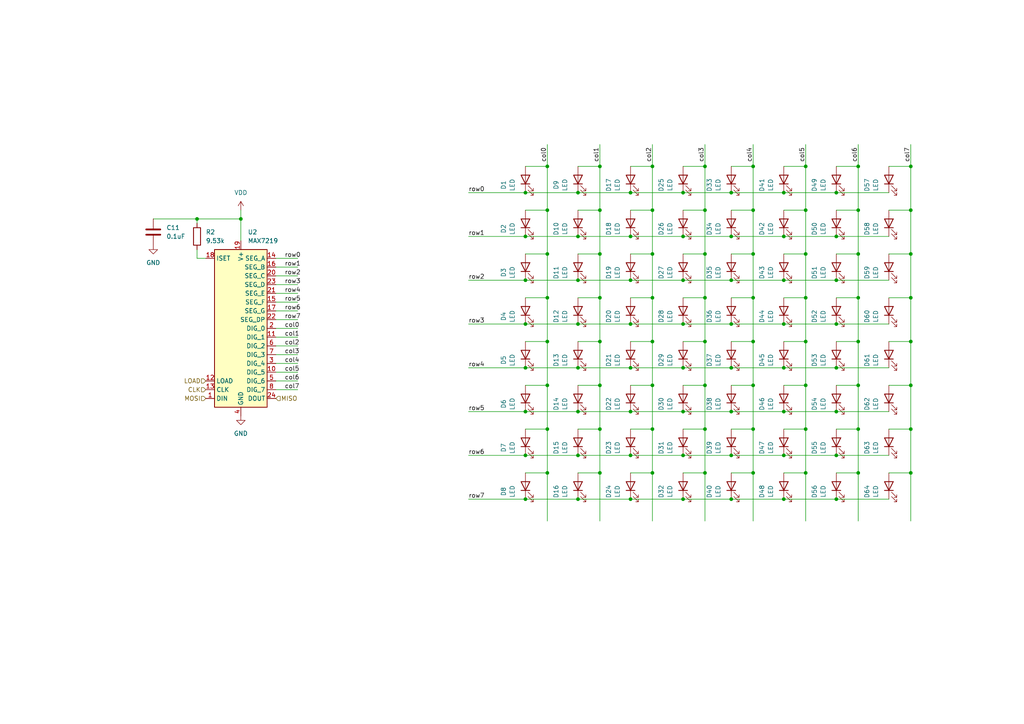
<source format=kicad_sch>
(kicad_sch (version 20230121) (generator eeschema)
  (paper "A4")
  (title_block (title "Led Array") (rev "0.0.1"))
  (lib_symbols
    (symbol "Device:C" (pin_numbers hide) (pin_names (offset 0.254))
      (property "Reference" "C" (at 0.635 2.54 0))
      (property "Value" "C" (at 0.635 -2.54 0))
      (symbol "C_0_1"
        (polyline (pts (xy -2.032 -0.762) (xy 2.032 -0.762)) (stroke (width 0.508)))
        (polyline (pts (xy -2.032 0.762) (xy 2.032 0.762)) (stroke (width 0.508)))
      )
      (symbol "C_1_1"
        (pin passive line (at 0 3.81 270) (length 2.794) (name "~") (number "1"))
        (pin passive line (at 0 -3.81 90) (length 2.794) (name "~") (number "2"))
      )
    )
    (symbol "Device:LED" (pin_numbers hide) (pin_names (offset 1.016) hide)
      (property "Reference" "D" (at 0 2.54 0))
      (property "Value" "LED" (at 0 -2.54 0))
      (symbol "LED_0_1"
        (polyline (pts (xy -1.27 -1.27) (xy -1.27 1.27)) (stroke (width 0.254)))
        (polyline (pts (xy -1.27 0) (xy 1.27 0)))
        (polyline (pts (xy 1.27 -1.27) (xy 1.27 1.27) (xy -1.27 0) (xy 1.27 -1.27)) (stroke (width 0.254)))
        (polyline (pts (xy -3.048 -0.762) (xy -4.572 -2.286) (xy -3.81 -2.286) (xy -4.572 -2.286) (xy -4.572 -1.524)))
        (polyline (pts (xy -1.778 -0.762) (xy -3.302 -2.286) (xy -2.54 -2.286) (xy -3.302 -2.286) (xy -3.302 -1.524)))
      )
      (symbol "LED_1_1"
        (pin passive line (at -3.81 0 0) (length 2.54) (name "K") (number "1"))
        (pin passive line (at 3.81 0 180) (length 2.54) (name "A") (number "2"))
      )
    )
    (symbol "Device:R" (pin_numbers hide) (pin_names (offset 0))
      (property "Reference" "R" (at 2.032 0 90))
      (property "Value" "R" (at 0 0 90))
      (symbol "R_0_1"
        (rectangle (start -1.016 -2.54) (end 1.016 2.54) (stroke (width 0.254)))
      )
      (symbol "R_1_1"
        (pin passive line (at 0 3.81 270) (length 1.27) (name "~") (number "1"))
        (pin passive line (at 0 -3.81 90) (length 1.27) (name "~") (number "2"))
      )
    )
    (symbol "Driver_LED:MAX7219"
      (property "Reference" "U" (at -6.35 24.13 0))
      (property "Value" "MAX7219" (at 1.27 25.4 0))
      (symbol "MAX7219_0_1"
        (rectangle (start -7.62 22.86) (end 7.62 -22.86) (stroke (width 0.254)) (fill (type background)))
      )
      (symbol "MAX7219_1_1"
        (pin input line (at -10.16 -20.32 0) (length 2.54) (name "DIN") (number "1"))
        (pin output line (at 10.16 -12.7 180) (length 2.54) (name "DIG_5") (number "10"))
        (pin output line (at 10.16 -2.54 180) (length 2.54) (name "DIG_1") (number "11"))
        (pin input line (at -10.16 -15.24 0) (length 2.54) (name "LOAD") (number "12"))
        (pin input line (at -10.16 -17.78 0) (length 2.54) (name "CLK") (number "13"))
        (pin output line (at 10.16 20.32 180) (length 2.54) (name "SEG_A") (number "14"))
        (pin output line (at 10.16 7.62 180) (length 2.54) (name "SEG_F") (number "15"))
        (pin output line (at 10.16 17.78 180) (length 2.54) (name "SEG_B") (number "16"))
        (pin output line (at 10.16 5.08 180) (length 2.54) (name "SEG_G") (number "17"))
        (pin input line (at -10.16 20.32 0) (length 2.54) (name "ISET") (number "18"))
        (pin power_in line (at 0 25.4 270) (length 2.54) (name "V+") (number "19"))
        (pin output line (at 10.16 0 180) (length 2.54) (name "DIG_0") (number "2"))
        (pin output line (at 10.16 15.24 180) (length 2.54) (name "SEG_C") (number "20"))
        (pin output line (at 10.16 10.16 180) (length 2.54) (name "SEG_E") (number "21"))
        (pin output line (at 10.16 2.54 180) (length 2.54) (name "SEG_DP") (number "22"))
        (pin output line (at 10.16 12.7 180) (length 2.54) (name "SEG_D") (number "23"))
        (pin output line (at 10.16 -20.32 180) (length 2.54) (name "DOUT") (number "24"))
        (pin output line (at 10.16 -10.16 180) (length 2.54) (name "DIG_4") (number "3"))
        (pin power_in line (at 0 -25.4 90) (length 2.54) (name "GND") (number "4"))
        (pin output line (at 10.16 -15.24 180) (length 2.54) (name "DIG_6") (number "5"))
        (pin output line (at 10.16 -5.08 180) (length 2.54) (name "DIG_2") (number "6"))
        (pin output line (at 10.16 -7.62 180) (length 2.54) (name "DIG_3") (number "7"))
        (pin output line (at 10.16 -17.78 180) (length 2.54) (name "DIG_7") (number "8"))
        (pin passive line (at 0 -25.4 90) (length 2.54) hide (name "GND") (number "9"))
      )
    )
    (symbol "power:GND" (power) (pin_names (offset 0))
      (property "Value" "GND" (at 0 -3.81 0))
      (symbol "GND_0_1"
        (polyline (pts (xy 0 0) (xy 0 -1.27) (xy 1.27 -1.27) (xy 0 -2.54) (xy -1.27 -1.27) (xy 0 -1.27)))
      )
      (symbol "GND_1_1"
        (pin power_in line (at 0 0 270) (length 0) hide (name "GND") (number "1"))
      )
    )
    (symbol "power:VDD" (power) (pin_names (offset 0))
      (property "Value" "VDD" (at 0 3.81 0))
      (symbol "VDD_0_1"
        (polyline (pts (xy -0.762 1.27) (xy 0 2.54)))
        (polyline (pts (xy 0 0) (xy 0 2.54)))
        (polyline (pts (xy 0 2.54) (xy 0.762 1.27)))
      )
      (symbol "VDD_1_1"
        (pin power_in line (at 0 0 90) (length 0) hide (name "VDD") (number "1"))
      )
    )
  )
  (junction (at 248.92 73.66))
  (junction (at 158.75 73.66))
  (junction (at 204.47 60.96))
  (junction (at 233.68 48.26))
  (junction (at 167.64 93.98))
  (junction (at 248.92 124.46))
  (junction (at 218.44 60.96))
  (junction (at 182.88 81.28))
  (junction (at 189.23 48.26))
  (junction (at 158.75 86.36))
  (junction (at 173.99 86.36))
  (junction (at 204.47 111.76))
  (junction (at 204.47 73.66))
  (junction (at 57.15 63.5))
  (junction (at 227.33 132.08))
  (junction (at 218.44 137.16))
  (junction (at 242.57 132.08))
  (junction (at 198.12 93.98))
  (junction (at 242.57 106.68))
  (junction (at 227.33 55.88))
  (junction (at 167.64 81.28))
  (junction (at 173.99 60.96))
  (junction (at 264.16 99.06))
  (junction (at 227.33 119.38))
  (junction (at 152.4 106.68))
  (junction (at 198.12 132.08))
  (junction (at 248.92 86.36))
  (junction (at 189.23 86.36))
  (junction (at 189.23 73.66))
  (junction (at 158.75 48.26))
  (junction (at 204.47 48.26))
  (junction (at 182.88 93.98))
  (junction (at 198.12 106.68))
  (junction (at 218.44 111.76))
  (junction (at 167.64 119.38))
  (junction (at 212.09 93.98))
  (junction (at 242.57 119.38))
  (junction (at 233.68 86.36))
  (junction (at 204.47 137.16))
  (junction (at 167.64 132.08))
  (junction (at 173.99 124.46))
  (junction (at 198.12 68.58))
  (junction (at 189.23 124.46))
  (junction (at 69.85 63.5))
  (junction (at 218.44 86.36))
  (junction (at 173.99 137.16))
  (junction (at 233.68 73.66))
  (junction (at 158.75 60.96))
  (junction (at 204.47 86.36))
  (junction (at 242.57 55.88))
  (junction (at 242.57 68.58))
  (junction (at 167.64 68.58))
  (junction (at 233.68 60.96))
  (junction (at 173.99 73.66))
  (junction (at 167.64 55.88))
  (junction (at 227.33 106.68))
  (junction (at 173.99 48.26))
  (junction (at 242.57 81.28))
  (junction (at 198.12 119.38))
  (junction (at 152.4 119.38))
  (junction (at 182.88 119.38))
  (junction (at 248.92 99.06))
  (junction (at 264.16 124.46))
  (junction (at 182.88 106.68))
  (junction (at 248.92 111.76))
  (junction (at 152.4 68.58))
  (junction (at 152.4 132.08))
  (junction (at 198.12 144.78))
  (junction (at 227.33 68.58))
  (junction (at 242.57 93.98))
  (junction (at 227.33 144.78))
  (junction (at 212.09 106.68))
  (junction (at 198.12 81.28))
  (junction (at 167.64 106.68))
  (junction (at 189.23 111.76))
  (junction (at 233.68 111.76))
  (junction (at 212.09 81.28))
  (junction (at 248.92 48.26))
  (junction (at 182.88 68.58))
  (junction (at 158.75 124.46))
  (junction (at 212.09 132.08))
  (junction (at 227.33 93.98))
  (junction (at 233.68 99.06))
  (junction (at 158.75 111.76))
  (junction (at 264.16 73.66))
  (junction (at 242.57 144.78))
  (junction (at 212.09 119.38))
  (junction (at 173.99 111.76))
  (junction (at 158.75 137.16))
  (junction (at 182.88 132.08))
  (junction (at 248.92 137.16))
  (junction (at 218.44 124.46))
  (junction (at 158.75 99.06))
  (junction (at 167.64 144.78))
  (junction (at 212.09 144.78))
  (junction (at 189.23 60.96))
  (junction (at 218.44 99.06))
  (junction (at 233.68 137.16))
  (junction (at 264.16 86.36))
  (junction (at 189.23 99.06))
  (junction (at 152.4 144.78))
  (junction (at 233.68 124.46))
  (junction (at 212.09 68.58))
  (junction (at 264.16 60.96))
  (junction (at 248.92 60.96))
  (junction (at 264.16 111.76))
  (junction (at 189.23 137.16))
  (junction (at 152.4 55.88))
  (junction (at 264.16 48.26))
  (junction (at 204.47 99.06))
  (junction (at 264.16 137.16))
  (junction (at 173.99 99.06))
  (junction (at 152.4 93.98))
  (junction (at 198.12 55.88))
  (junction (at 182.88 144.78))
  (junction (at 218.44 48.26))
  (junction (at 182.88 55.88))
  (junction (at 227.33 81.28))
  (junction (at 152.4 81.28))
  (junction (at 204.47 124.46))
  (junction (at 218.44 73.66))
  (junction (at 212.09 55.88))
  (wire (pts (xy 212.09 55.88) (xy 227.33 55.88)))
  (wire (pts (xy 158.75 73.66) (xy 158.75 86.36)))
  (wire (pts (xy 212.09 137.16) (xy 218.44 137.16)))
  (wire (pts (xy 189.23 99.06) (xy 189.23 111.76)))
  (wire (pts (xy 173.99 73.66) (xy 173.99 86.36)))
  (wire (pts (xy 227.33 99.06) (xy 233.68 99.06)))
  (wire (pts (xy 248.92 137.16) (xy 248.92 151.13)))
  (wire (pts (xy 257.81 111.76) (xy 264.16 111.76)))
  (wire (pts (xy 248.92 124.46) (xy 248.92 137.16)))
  (wire (pts (xy 227.33 111.76) (xy 233.68 111.76)))
  (wire (pts (xy 135.89 144.78) (xy 152.4 144.78)))
  (wire (pts (xy 182.88 124.46) (xy 189.23 124.46)))
  (wire (pts (xy 204.47 60.96) (xy 204.47 73.66)))
  (wire (pts (xy 158.75 86.36) (xy 158.75 99.06)))
  (wire (pts (xy 182.88 55.88) (xy 198.12 55.88)))
  (wire (pts (xy 242.57 55.88) (xy 257.81 55.88)))
  (wire (pts (xy 212.09 48.26) (xy 218.44 48.26)))
  (wire (pts (xy 69.85 63.5) (xy 69.85 69.85)))
  (wire (pts (xy 227.33 106.68) (xy 212.09 106.68)))
  (wire (pts (xy 227.33 93.98) (xy 242.57 93.98)))
  (wire (pts (xy 182.88 48.26) (xy 189.23 48.26)))
  (wire (pts (xy 198.12 106.68) (xy 182.88 106.68)))
  (wire (pts (xy 227.33 124.46) (xy 233.68 124.46)))
  (wire (pts (xy 227.33 137.16) (xy 233.68 137.16)))
  (wire (pts (xy 80.01 107.95) (xy 86.36 107.95)))
  (wire (pts (xy 204.47 86.36) (xy 204.47 99.06)))
  (wire (pts (xy 173.99 124.46) (xy 173.99 137.16)))
  (wire (pts (xy 248.92 99.06) (xy 248.92 111.76)))
  (wire (pts (xy 80.01 100.33) (xy 86.36 100.33)))
  (wire (pts (xy 80.01 92.71) (xy 86.36 92.71)))
  (wire (pts (xy 173.99 48.26) (xy 173.99 60.96)))
  (wire (pts (xy 198.12 81.28) (xy 212.09 81.28)))
  (wire (pts (xy 167.64 132.08) (xy 182.88 132.08)))
  (wire (pts (xy 198.12 99.06) (xy 204.47 99.06)))
  (wire (pts (xy 242.57 68.58) (xy 227.33 68.58)))
  (wire (pts (xy 198.12 93.98) (xy 212.09 93.98)))
  (wire (pts (xy 233.68 60.96) (xy 233.68 73.66)))
  (wire (pts (xy 182.88 132.08) (xy 198.12 132.08)))
  (wire (pts (xy 227.33 132.08) (xy 242.57 132.08)))
  (wire (pts (xy 227.33 81.28) (xy 242.57 81.28)))
  (wire (pts (xy 242.57 124.46) (xy 248.92 124.46)))
  (wire (pts (xy 198.12 68.58) (xy 182.88 68.58)))
  (wire (pts (xy 80.01 77.47) (xy 86.36 77.47)))
  (wire (pts (xy 233.68 86.36) (xy 233.68 99.06)))
  (wire (pts (xy 158.75 111.76) (xy 158.75 124.46)))
  (wire (pts (xy 167.64 60.96) (xy 173.99 60.96)))
  (wire (pts (xy 80.01 85.09) (xy 86.36 85.09)))
  (wire (pts (xy 182.88 106.68) (xy 167.64 106.68)))
  (wire (pts (xy 227.33 86.36) (xy 233.68 86.36)))
  (wire (pts (xy 198.12 48.26) (xy 204.47 48.26)))
  (wire (pts (xy 198.12 55.88) (xy 212.09 55.88)))
  (wire (pts (xy 212.09 86.36) (xy 218.44 86.36)))
  (wire (pts (xy 152.4 73.66) (xy 158.75 73.66)))
  (wire (pts (xy 212.09 144.78) (xy 227.33 144.78)))
  (wire (pts (xy 158.75 137.16) (xy 158.75 151.13)))
  (wire (pts (xy 212.09 99.06) (xy 218.44 99.06)))
  (wire (pts (xy 167.64 48.26) (xy 173.99 48.26)))
  (wire (pts (xy 218.44 111.76) (xy 218.44 124.46)))
  (wire (pts (xy 167.64 137.16) (xy 173.99 137.16)))
  (wire (pts (xy 233.68 137.16) (xy 233.68 151.13)))
  (wire (pts (xy 257.81 124.46) (xy 264.16 124.46)))
  (wire (pts (xy 152.4 68.58) (xy 135.89 68.58)))
  (wire (pts (xy 218.44 48.26) (xy 218.44 60.96)))
  (wire (pts (xy 233.68 124.46) (xy 233.68 137.16)))
  (wire (pts (xy 167.64 73.66) (xy 173.99 73.66)))
  (wire (pts (xy 152.4 111.76) (xy 158.75 111.76)))
  (wire (pts (xy 167.64 68.58) (xy 152.4 68.58)))
  (wire (pts (xy 218.44 124.46) (xy 218.44 137.16)))
  (wire (pts (xy 242.57 48.26) (xy 248.92 48.26)))
  (wire (pts (xy 182.88 68.58) (xy 167.64 68.58)))
  (wire (pts (xy 204.47 111.76) (xy 204.47 124.46)))
  (wire (pts (xy 80.01 95.25) (xy 86.36 95.25)))
  (wire (pts (xy 204.47 99.06) (xy 204.47 111.76)))
  (wire (pts (xy 242.57 106.68) (xy 227.33 106.68)))
  (wire (pts (xy 227.33 55.88) (xy 242.57 55.88)))
  (wire (pts (xy 242.57 86.36) (xy 248.92 86.36)))
  (wire (pts (xy 212.09 124.46) (xy 218.44 124.46)))
  (wire (pts (xy 264.16 60.96) (xy 264.16 73.66)))
  (wire (pts (xy 198.12 132.08) (xy 212.09 132.08)))
  (wire (pts (xy 257.81 106.68) (xy 242.57 106.68)))
  (wire (pts (xy 204.47 124.46) (xy 204.47 137.16)))
  (wire (pts (xy 257.81 86.36) (xy 264.16 86.36)))
  (wire (pts (xy 257.81 68.58) (xy 242.57 68.58)))
  (wire (pts (xy 212.09 93.98) (xy 227.33 93.98)))
  (wire (pts (xy 248.92 60.96) (xy 248.92 73.66)))
  (wire (pts (xy 182.88 93.98) (xy 198.12 93.98)))
  (wire (pts (xy 257.81 99.06) (xy 264.16 99.06)))
  (wire (pts (xy 167.64 86.36) (xy 173.99 86.36)))
  (wire (pts (xy 57.15 74.93) (xy 59.69 74.93)))
  (wire (pts (xy 227.33 119.38) (xy 242.57 119.38)))
  (wire (pts (xy 189.23 41.91) (xy 189.23 48.26)))
  (wire (pts (xy 204.47 41.91) (xy 204.47 48.26)))
  (wire (pts (xy 167.64 93.98) (xy 182.88 93.98)))
  (wire (pts (xy 248.92 86.36) (xy 248.92 99.06)))
  (wire (pts (xy 218.44 137.16) (xy 218.44 151.13)))
  (wire (pts (xy 182.88 60.96) (xy 189.23 60.96)))
  (wire (pts (xy 227.33 48.26) (xy 233.68 48.26)))
  (wire (pts (xy 242.57 99.06) (xy 248.92 99.06)))
  (wire (pts (xy 182.88 119.38) (xy 198.12 119.38)))
  (wire (pts (xy 152.4 132.08) (xy 167.64 132.08)))
  (wire (pts (xy 152.4 93.98) (xy 167.64 93.98)))
  (wire (pts (xy 80.01 82.55) (xy 86.36 82.55)))
  (wire (pts (xy 257.81 73.66) (xy 264.16 73.66)))
  (wire (pts (xy 69.85 60.96) (xy 69.85 63.5)))
  (wire (pts (xy 152.4 81.28) (xy 167.64 81.28)))
  (wire (pts (xy 257.81 48.26) (xy 264.16 48.26)))
  (wire (pts (xy 212.09 132.08) (xy 227.33 132.08)))
  (wire (pts (xy 152.4 106.68) (xy 135.89 106.68)))
  (wire (pts (xy 152.4 99.06) (xy 158.75 99.06)))
  (wire (pts (xy 264.16 73.66) (xy 264.16 86.36)))
  (wire (pts (xy 204.47 48.26) (xy 204.47 60.96)))
  (wire (pts (xy 218.44 73.66) (xy 218.44 86.36)))
  (wire (pts (xy 167.64 144.78) (xy 182.88 144.78)))
  (wire (pts (xy 242.57 119.38) (xy 257.81 119.38)))
  (wire (pts (xy 152.4 48.26) (xy 158.75 48.26)))
  (wire (pts (xy 189.23 73.66) (xy 189.23 86.36)))
  (wire (pts (xy 242.57 60.96) (xy 248.92 60.96)))
  (wire (pts (xy 242.57 132.08) (xy 257.81 132.08)))
  (wire (pts (xy 182.88 144.78) (xy 198.12 144.78)))
  (wire (pts (xy 218.44 86.36) (xy 218.44 99.06)))
  (wire (pts (xy 182.88 81.28) (xy 198.12 81.28)))
  (wire (pts (xy 152.4 55.88) (xy 167.64 55.88)))
  (wire (pts (xy 173.99 99.06) (xy 173.99 111.76)))
  (wire (pts (xy 135.89 119.38) (xy 152.4 119.38)))
  (wire (pts (xy 198.12 60.96) (xy 204.47 60.96)))
  (wire (pts (xy 198.12 111.76) (xy 204.47 111.76)))
  (wire (pts (xy 248.92 73.66) (xy 248.92 86.36)))
  (wire (pts (xy 248.92 41.91) (xy 248.92 48.26)))
  (wire (pts (xy 167.64 111.76) (xy 173.99 111.76)))
  (wire (pts (xy 158.75 99.06) (xy 158.75 111.76)))
  (wire (pts (xy 233.68 48.26) (xy 233.68 60.96)))
  (wire (pts (xy 167.64 55.88) (xy 182.88 55.88)))
  (wire (pts (xy 152.4 144.78) (xy 167.64 144.78)))
  (wire (pts (xy 204.47 73.66) (xy 204.47 86.36)))
  (wire (pts (xy 167.64 81.28) (xy 182.88 81.28)))
  (wire (pts (xy 167.64 119.38) (xy 182.88 119.38)))
  (wire (pts (xy 233.68 111.76) (xy 233.68 124.46)))
  (wire (pts (xy 189.23 60.96) (xy 189.23 73.66)))
  (wire (pts (xy 182.88 99.06) (xy 189.23 99.06)))
  (wire (pts (xy 212.09 68.58) (xy 198.12 68.58)))
  (wire (pts (xy 173.99 60.96) (xy 173.99 73.66)))
  (wire (pts (xy 182.88 86.36) (xy 189.23 86.36)))
  (wire (pts (xy 173.99 137.16) (xy 173.99 151.13)))
  (wire (pts (xy 167.64 99.06) (xy 173.99 99.06)))
  (wire (pts (xy 80.01 87.63) (xy 86.36 87.63)))
  (wire (pts (xy 198.12 73.66) (xy 204.47 73.66)))
  (wire (pts (xy 212.09 73.66) (xy 218.44 73.66)))
  (wire (pts (xy 80.01 110.49) (xy 86.36 110.49)))
  (wire (pts (xy 189.23 137.16) (xy 189.23 151.13)))
  (wire (pts (xy 218.44 41.91) (xy 218.44 48.26)))
  (wire (pts (xy 198.12 124.46) (xy 204.47 124.46)))
  (wire (pts (xy 158.75 41.91) (xy 158.75 48.26)))
  (wire (pts (xy 242.57 81.28) (xy 257.81 81.28)))
  (wire (pts (xy 80.01 113.03) (xy 86.36 113.03)))
  (wire (pts (xy 242.57 111.76) (xy 248.92 111.76)))
  (wire (pts (xy 227.33 68.58) (xy 212.09 68.58)))
  (wire (pts (xy 167.64 124.46) (xy 173.99 124.46)))
  (wire (pts (xy 80.01 90.17) (xy 86.36 90.17)))
  (wire (pts (xy 204.47 137.16) (xy 204.47 151.13)))
  (wire (pts (xy 135.89 132.08) (xy 152.4 132.08)))
  (wire (pts (xy 264.16 86.36) (xy 264.16 99.06)))
  (wire (pts (xy 44.45 63.5) (xy 57.15 63.5)))
  (wire (pts (xy 264.16 124.46) (xy 264.16 137.16)))
  (wire (pts (xy 152.4 60.96) (xy 158.75 60.96)))
  (wire (pts (xy 264.16 111.76) (xy 264.16 124.46)))
  (wire (pts (xy 227.33 60.96) (xy 233.68 60.96)))
  (wire (pts (xy 212.09 106.68) (xy 198.12 106.68)))
  (wire (pts (xy 158.75 48.26) (xy 158.75 60.96)))
  (wire (pts (xy 182.88 73.66) (xy 189.23 73.66)))
  (wire (pts (xy 167.64 106.68) (xy 152.4 106.68)))
  (wire (pts (xy 242.57 137.16) (xy 248.92 137.16)))
  (wire (pts (xy 233.68 99.06) (xy 233.68 111.76)))
  (wire (pts (xy 198.12 144.78) (xy 212.09 144.78)))
  (wire (pts (xy 57.15 64.77) (xy 57.15 63.5)))
  (wire (pts (xy 212.09 111.76) (xy 218.44 111.76)))
  (wire (pts (xy 80.01 80.01) (xy 86.36 80.01)))
  (wire (pts (xy 173.99 86.36) (xy 173.99 99.06)))
  (wire (pts (xy 182.88 111.76) (xy 189.23 111.76)))
  (wire (pts (xy 264.16 41.91) (xy 264.16 48.26)))
  (wire (pts (xy 198.12 137.16) (xy 204.47 137.16)))
  (wire (pts (xy 152.4 119.38) (xy 167.64 119.38)))
  (wire (pts (xy 248.92 48.26) (xy 248.92 60.96)))
  (wire (pts (xy 264.16 137.16) (xy 264.16 151.13)))
  (wire (pts (xy 135.89 55.88) (xy 152.4 55.88)))
  (wire (pts (xy 257.81 137.16) (xy 264.16 137.16)))
  (wire (pts (xy 242.57 93.98) (xy 257.81 93.98)))
  (wire (pts (xy 80.01 102.87) (xy 86.36 102.87)))
  (wire (pts (xy 189.23 86.36) (xy 189.23 99.06)))
  (wire (pts (xy 198.12 119.38) (xy 212.09 119.38)))
  (wire (pts (xy 57.15 72.39) (xy 57.15 74.93)))
  (wire (pts (xy 227.33 73.66) (xy 233.68 73.66)))
  (wire (pts (xy 264.16 48.26) (xy 264.16 60.96)))
  (wire (pts (xy 218.44 60.96) (xy 218.44 73.66)))
  (wire (pts (xy 212.09 119.38) (xy 227.33 119.38)))
  (wire (pts (xy 189.23 111.76) (xy 189.23 124.46)))
  (wire (pts (xy 257.81 60.96) (xy 264.16 60.96)))
  (wire (pts (xy 242.57 144.78) (xy 257.81 144.78)))
  (wire (pts (xy 158.75 60.96) (xy 158.75 73.66)))
  (wire (pts (xy 248.92 111.76) (xy 248.92 124.46)))
  (wire (pts (xy 182.88 137.16) (xy 189.23 137.16)))
  (wire (pts (xy 80.01 105.41) (xy 86.36 105.41)))
  (wire (pts (xy 80.01 74.93) (xy 86.36 74.93)))
  (wire (pts (xy 264.16 99.06) (xy 264.16 111.76)))
  (wire (pts (xy 242.57 73.66) (xy 248.92 73.66)))
  (wire (pts (xy 233.68 41.91) (xy 233.68 48.26)))
  (wire (pts (xy 227.33 144.78) (xy 242.57 144.78)))
  (wire (pts (xy 212.09 81.28) (xy 227.33 81.28)))
  (wire (pts (xy 152.4 124.46) (xy 158.75 124.46)))
  (wire (pts (xy 233.68 73.66) (xy 233.68 86.36)))
  (wire (pts (xy 173.99 111.76) (xy 173.99 124.46)))
  (wire (pts (xy 189.23 48.26) (xy 189.23 60.96)))
  (wire (pts (xy 80.01 97.79) (xy 86.36 97.79)))
  (wire (pts (xy 135.89 81.28) (xy 152.4 81.28)))
  (wire (pts (xy 198.12 86.36) (xy 204.47 86.36)))
  (wire (pts (xy 152.4 86.36) (xy 158.75 86.36)))
  (wire (pts (xy 135.89 93.98) (xy 152.4 93.98)))
  (wire (pts (xy 57.15 63.5) (xy 69.85 63.5)))
  (wire (pts (xy 218.44 99.06) (xy 218.44 111.76)))
  (wire (pts (xy 212.09 60.96) (xy 218.44 60.96)))
  (wire (pts (xy 152.4 137.16) (xy 158.75 137.16)))
  (wire (pts (xy 173.99 41.91) (xy 173.99 48.26)))
  (wire (pts (xy 158.75 124.46) (xy 158.75 137.16)))
  (wire (pts (xy 189.23 124.46) (xy 189.23 137.16)))
  (label "row5" (at 135.89 119.38 0))
  (label "row2" (at 135.89 81.28 0))
  (label "col7" (at 82.55 113.03 0))
  (label "row6" (at 135.89 132.08 0))
  (label "row2" (at 82.55 80.01 0))
  (label "col5" (at 233.68 46.99 90))
  (label "col4" (at 218.44 46.99 90))
  (label "row3" (at 135.89 93.98 0))
  (label "col2" (at 82.55 100.33 0))
  (label "col4" (at 82.55 105.41 0))
  (label "col7" (at 264.16 46.99 90))
  (label "row1" (at 82.55 77.47 0))
  (label "row3" (at 82.55 82.55 0))
  (label "col3" (at 204.47 46.99 90))
  (label "row0" (at 82.55 74.93 0))
  (label "row6" (at 82.55 90.17 0))
  (label "col6" (at 248.92 46.99 90))
  (label "col1" (at 82.55 97.79 0))
  (label "col6" (at 82.55 110.49 0))
  (label "row4" (at 135.89 106.68 0))
  (label "row5" (at 82.55 87.63 0))
  (label "col1" (at 173.99 46.99 90))
  (label "col0" (at 158.75 46.99 90))
  (label "col2" (at 189.23 46.99 90))
  (label "row7" (at 82.55 92.71 0))
  (label "row1" (at 135.89 68.58 0))
  (label "row7" (at 135.89 144.78 0))
  (label "col0" (at 82.55 95.25 0))
  (label "row4" (at 82.55 85.09 0))
  (label "col3" (at 82.55 102.87 0))
  (label "col5" (at 82.55 107.95 0))
  (label "row0" (at 135.89 55.88 0))
  (hierarchical_label "MISO" (shape input) (at 80.01 115.57 0))
  (hierarchical_label "LOAD" (shape input) (at 59.69 110.49 180))
  (hierarchical_label "CLK" (shape input) (at 59.69 113.03 180))
  (hierarchical_label "MOSI" (shape input) (at 59.69 115.57 180))
  (symbol (lib_id "Device:LED") (at 212.09 140.97 90) (unit 1)
    (property "Reference" "D40" (at 205.74 142.5575 0))
    (property "Value" "LED" (at 208.28 142.5575 0))
    (property "Footprint" "LED_SMD:LED_2010_5025Metric_Pad1.52x2.65mm_HandSolder" (effects hide))
    (instances (project "wordclock" (path "" (reference "D40") (unit 1)) (path "" (reference "D104") (unit 1)) (path "" (reference "D168") (unit 1)) (path "" (reference "D232") (unit 1))))
  )
  (symbol (lib_id "Device:LED") (at 198.12 115.57 90) (unit 1)
    (property "Reference" "D30" (at 191.77 117.1575 0))
    (property "Value" "LED" (at 194.31 117.1575 0))
    (property "Footprint" "LED_SMD:LED_2010_5025Metric_Pad1.52x2.65mm_HandSolder" (effects hide))
    (instances (project "wordclock" (path "" (reference "D30") (unit 1)) (path "" (reference "D94") (unit 1)) (path "" (reference "D158") (unit 1)) (path "" (reference "D222") (unit 1))))
  )
  (symbol (lib_id "Device:LED") (at 212.09 128.27 90) (unit 1)
    (property "Reference" "D39" (at 205.74 129.8575 0))
    (property "Value" "LED" (at 208.28 129.8575 0))
    (property "Footprint" "LED_SMD:LED_2010_5025Metric_Pad1.52x2.65mm_HandSolder" (effects hide))
    (instances (project "wordclock" (path "" (reference "D39") (unit 1)) (path "" (reference "D103") (unit 1)) (path "" (reference "D167") (unit 1)) (path "" (reference "D231") (unit 1))))
  )
  (symbol (lib_id "Device:LED") (at 257.81 128.27 90) (unit 1)
    (property "Reference" "D63" (at 251.46 129.8575 0))
    (property "Value" "LED" (at 254 129.8575 0))
    (property "Footprint" "LED_SMD:LED_2010_5025Metric_Pad1.52x2.65mm_HandSolder" (effects hide))
    (instances (project "wordclock" (path "" (reference "D63") (unit 1)) (path "" (reference "D127") (unit 1)) (path "" (reference "D191") (unit 1)) (path "" (reference "D255") (unit 1))))
  )
  (symbol (lib_id "Device:LED") (at 227.33 90.17 90) (unit 1)
    (property "Reference" "D44" (at 220.98 91.7575 0))
    (property "Value" "LED" (at 223.52 91.7575 0))
    (property "Footprint" "LED_SMD:LED_2010_5025Metric_Pad1.52x2.65mm_HandSolder" (effects hide))
    (instances (project "wordclock" (path "" (reference "D44") (unit 1)) (path "" (reference "D108") (unit 1)) (path "" (reference "D172") (unit 1)) (path "" (reference "D236") (unit 1))))
  )
  (symbol (lib_id "Device:LED") (at 198.12 77.47 90) (unit 1)
    (property "Reference" "D27" (at 191.77 79.0575 0))
    (property "Value" "LED" (at 194.31 79.0575 0))
    (property "Footprint" "LED_SMD:LED_2010_5025Metric_Pad1.52x2.65mm_HandSolder" (effects hide))
    (instances (project "wordclock" (path "" (reference "D27") (unit 1)) (path "" (reference "D91") (unit 1)) (path "" (reference "D155") (unit 1)) (path "" (reference "D219") (unit 1))))
  )
  (symbol (lib_id "Device:LED") (at 152.4 77.47 90) (unit 1)
    (property "Reference" "D3" (at 146.05 79.0575 0))
    (property "Value" "LED" (at 148.59 79.0575 0))
    (property "Footprint" "LED_SMD:LED_2010_5025Metric_Pad1.52x2.65mm_HandSolder" (effects hide))
    (instances (project "wordclock" (path "" (reference "D3") (unit 1)) (path "" (reference "D67") (unit 1)) (path "" (reference "D131") (unit 1)) (path "" (reference "D195") (unit 1))))
  )
  (symbol (lib_id "Device:LED") (at 167.64 90.17 90) (unit 1)
    (property "Reference" "D12" (at 161.29 91.7575 0))
    (property "Value" "LED" (at 163.83 91.7575 0))
    (property "Footprint" "LED_SMD:LED_2010_5025Metric_Pad1.52x2.65mm_HandSolder" (effects hide))
    (instances (project "wordclock" (path "" (reference "D12") (unit 1)) (path "" (reference "D76") (unit 1)) (path "" (reference "D140") (unit 1)) (path "" (reference "D204") (unit 1))))
  )
  (symbol (lib_id "Device:LED") (at 257.81 52.07 90) (unit 1)
    (property "Reference" "D57" (at 251.46 53.6575 0))
    (property "Value" "LED" (at 254 53.6575 0))
    (property "Footprint" "LED_SMD:LED_2010_5025Metric_Pad1.52x2.65mm_HandSolder" (effects hide))
    (instances (project "wordclock" (path "" (reference "D57") (unit 1)) (path "" (reference "D121") (unit 1)) (path "" (reference "D185") (unit 1)) (path "" (reference "D249") (unit 1))))
  )
  (symbol (lib_id "Device:LED") (at 242.57 140.97 90) (unit 1)
    (property "Reference" "D56" (at 236.22 142.5575 0))
    (property "Value" "LED" (at 238.76 142.5575 0))
    (property "Footprint" "LED_SMD:LED_2010_5025Metric_Pad1.52x2.65mm_HandSolder" (effects hide))
    (instances (project "wordclock" (path "" (reference "D56") (unit 1)) (path "" (reference "D120") (unit 1)) (path "" (reference "D184") (unit 1)) (path "" (reference "D248") (unit 1))))
  )
  (symbol (lib_id "Device:LED") (at 167.64 115.57 90) (unit 1)
    (property "Reference" "D14" (at 161.29 117.1575 0))
    (property "Value" "LED" (at 163.83 117.1575 0))
    (property "Footprint" "LED_SMD:LED_2010_5025Metric_Pad1.52x2.65mm_HandSolder" (effects hide))
    (instances (project "wordclock" (path "" (reference "D14") (unit 1)) (path "" (reference "D78") (unit 1)) (path "" (reference "D142") (unit 1)) (path "" (reference "D206") (unit 1))))
  )
  (symbol (lib_id "Device:LED") (at 198.12 64.77 90) (unit 1)
    (property "Reference" "D26" (at 191.77 66.3575 0))
    (property "Value" "LED" (at 194.31 66.3575 0))
    (property "Footprint" "LED_SMD:LED_2010_5025Metric_Pad1.52x2.65mm_HandSolder" (effects hide))
    (instances (project "wordclock" (path "" (reference "D26") (unit 1)) (path "" (reference "D90") (unit 1)) (path "" (reference "D154") (unit 1)) (path "" (reference "D218") (unit 1))))
  )
  (symbol (lib_id "Device:LED") (at 212.09 52.07 90) (unit 1)
    (property "Reference" "D33" (at 205.74 53.6575 0))
    (property "Value" "LED" (at 208.28 53.6575 0))
    (property "Footprint" "LED_SMD:LED_2010_5025Metric_Pad1.52x2.65mm_HandSolder" (effects hide))
    (instances (project "wordclock" (path "" (reference "D33") (unit 1)) (path "" (reference "D97") (unit 1)) (path "" (reference "D161") (unit 1)) (path "" (reference "D225") (unit 1))))
  )
  (symbol (lib_id "Device:LED") (at 182.88 90.17 90) (unit 1)
    (property "Reference" "D20" (at 176.53 91.7575 0))
    (property "Value" "LED" (at 179.07 91.7575 0))
    (property "Footprint" "LED_SMD:LED_2010_5025Metric_Pad1.52x2.65mm_HandSolder" (effects hide))
    (instances (project "wordclock" (path "" (reference "D20") (unit 1)) (path "" (reference "D84") (unit 1)) (path "" (reference "D148") (unit 1)) (path "" (reference "D212") (unit 1))))
  )
  (symbol (lib_id "Device:LED") (at 242.57 77.47 90) (unit 1)
    (property "Reference" "D51" (at 236.22 79.0575 0))
    (property "Value" "LED" (at 238.76 79.0575 0))
    (property "Footprint" "LED_SMD:LED_2010_5025Metric_Pad1.52x2.65mm_HandSolder" (effects hide))
    (instances (project "wordclock" (path "" (reference "D51") (unit 1)) (path "" (reference "D115") (unit 1)) (path "" (reference "D179") (unit 1)) (path "" (reference "D243") (unit 1))))
  )
  (symbol (lib_id "Device:LED") (at 212.09 77.47 90) (unit 1)
    (property "Reference" "D35" (at 205.74 79.0575 0))
    (property "Value" "LED" (at 208.28 79.0575 0))
    (property "Footprint" "LED_SMD:LED_2010_5025Metric_Pad1.52x2.65mm_HandSolder" (effects hide))
    (instances (project "wordclock" (path "" (reference "D35") (unit 1)) (path "" (reference "D99") (unit 1)) (path "" (reference "D163") (unit 1)) (path "" (reference "D227") (unit 1))))
  )
  (symbol (lib_id "Device:LED") (at 227.33 115.57 90) (unit 1)
    (property "Reference" "D46" (at 220.98 117.1575 0))
    (property "Value" "LED" (at 223.52 117.1575 0))
    (property "Footprint" "LED_SMD:LED_2010_5025Metric_Pad1.52x2.65mm_HandSolder" (effects hide))
    (instances (project "wordclock" (path "" (reference "D46") (unit 1)) (path "" (reference "D110") (unit 1)) (path "" (reference "D174") (unit 1)) (path "" (reference "D238") (unit 1))))
  )
  (symbol (lib_id "Device:LED") (at 257.81 64.77 90) (unit 1)
    (property "Reference" "D58" (at 251.46 66.3575 0))
    (property "Value" "LED" (at 254 66.3575 0))
    (property "Footprint" "LED_SMD:LED_2010_5025Metric_Pad1.52x2.65mm_HandSolder" (effects hide))
    (instances (project "wordclock" (path "" (reference "D58") (unit 1)) (path "" (reference "D122") (unit 1)) (path "" (reference "D186") (unit 1)) (path "" (reference "D250") (unit 1))))
  )
  (symbol (lib_id "Device:LED") (at 152.4 102.87 90) (unit 1)
    (property "Reference" "D5" (at 146.05 104.4575 0))
    (property "Value" "LED" (at 148.59 104.4575 0))
    (property "Footprint" "LED_SMD:LED_2010_5025Metric_Pad1.52x2.65mm_HandSolder" (effects hide))
    (instances (project "wordclock" (path "" (reference "D5") (unit 1)) (path "" (reference "D69") (unit 1)) (path "" (reference "D133") (unit 1)) (path "" (reference "D197") (unit 1))))
  )
  (symbol (lib_id "Device:LED") (at 227.33 77.47 90) (unit 1)
    (property "Reference" "D43" (at 220.98 79.0575 0))
    (property "Value" "LED" (at 223.52 79.0575 0))
    (property "Footprint" "LED_SMD:LED_2010_5025Metric_Pad1.52x2.65mm_HandSolder" (effects hide))
    (instances (project "wordclock" (path "" (reference "D43") (unit 1)) (path "" (reference "D107") (unit 1)) (path "" (reference "D171") (unit 1)) (path "" (reference "D235") (unit 1))))
  )
  (symbol (lib_id "power:GND") (at 69.85 120.65 0) (unit 1)
    (property "Reference" "#PWR0112" (effects hide))
    (property "Value" "GND" (at 69.85 125.73 0))
    (instances (project "wordclock" (path "" (reference "#PWR0112") (unit 1)) (path "" (reference "#PWR0115") (unit 1)) (path "" (reference "#PWR0118") (unit 1)) (path "" (reference "#PWR0121") (unit 1))))
  )
  (symbol (lib_id "Device:LED") (at 212.09 115.57 90) (unit 1)
    (property "Reference" "D38" (at 205.74 117.1575 0))
    (property "Value" "LED" (at 208.28 117.1575 0))
    (property "Footprint" "LED_SMD:LED_2010_5025Metric_Pad1.52x2.65mm_HandSolder" (effects hide))
    (instances (project "wordclock" (path "" (reference "D38") (unit 1)) (path "" (reference "D102") (unit 1)) (path "" (reference "D166") (unit 1)) (path "" (reference "D230") (unit 1))))
  )
  (symbol (lib_id "Device:LED") (at 242.57 90.17 90) (unit 1)
    (property "Reference" "D52" (at 236.22 91.7575 0))
    (property "Value" "LED" (at 238.76 91.7575 0))
    (property "Footprint" "LED_SMD:LED_2010_5025Metric_Pad1.52x2.65mm_HandSolder" (effects hide))
    (instances (project "wordclock" (path "" (reference "D52") (unit 1)) (path "" (reference "D116") (unit 1)) (path "" (reference "D180") (unit 1)) (path "" (reference "D244") (unit 1))))
  )
  (symbol (lib_id "Device:LED") (at 182.88 52.07 90) (unit 1)
    (property "Reference" "D17" (at 176.53 53.6575 0))
    (property "Value" "LED" (at 179.07 53.6575 0))
    (property "Footprint" "LED_SMD:LED_2010_5025Metric_Pad1.52x2.65mm_HandSolder" (effects hide))
    (instances (project "wordclock" (path "" (reference "D17") (unit 1)) (path "" (reference "D81") (unit 1)) (path "" (reference "D145") (unit 1)) (path "" (reference "D209") (unit 1))))
  )
  (symbol (lib_id "Device:LED") (at 257.81 102.87 90) (unit 1)
    (property "Reference" "D61" (at 251.46 104.4575 0))
    (property "Value" "LED" (at 254 104.4575 0))
    (property "Footprint" "LED_SMD:LED_2010_5025Metric_Pad1.52x2.65mm_HandSolder" (effects hide))
    (instances (project "wordclock" (path "" (reference "D61") (unit 1)) (path "" (reference "D125") (unit 1)) (path "" (reference "D189") (unit 1)) (path "" (reference "D253") (unit 1))))
  )
  (symbol (lib_id "Device:LED") (at 198.12 128.27 90) (unit 1)
    (property "Reference" "D31" (at 191.77 129.8575 0))
    (property "Value" "LED" (at 194.31 129.8575 0))
    (property "Footprint" "LED_SMD:LED_2010_5025Metric_Pad1.52x2.65mm_HandSolder" (effects hide))
    (instances (project "wordclock" (path "" (reference "D31") (unit 1)) (path "" (reference "D95") (unit 1)) (path "" (reference "D159") (unit 1)) (path "" (reference "D223") (unit 1))))
  )
  (symbol (lib_id "Device:LED") (at 242.57 115.57 90) (unit 1)
    (property "Reference" "D54" (at 236.22 117.1575 0))
    (property "Value" "LED" (at 238.76 117.1575 0))
    (property "Footprint" "LED_SMD:LED_2010_5025Metric_Pad1.52x2.65mm_HandSolder" (effects hide))
    (instances (project "wordclock" (path "" (reference "D54") (unit 1)) (path "" (reference "D118") (unit 1)) (path "" (reference "D182") (unit 1)) (path "" (reference "D246") (unit 1))))
  )
  (symbol (lib_id "Device:C") (at 44.45 67.31 0) (unit 1)
    (property "Reference" "C11" (at 48.26 66.0399 0) (effects (justify left)))
    (property "Value" "0.1uF" (at 48.26 68.5799 0) (effects (justify left)))
    (property "Footprint" "Capacitor_SMD:C_0805_2012Metric" (effects hide))
    (instances (project "wordclock" (path "" (reference "C11") (unit 1)) (path "" (reference "C12") (unit 1)) (path "" (reference "C13") (unit 1)) (path "" (reference "C14") (unit 1))))
  )
  (symbol (lib_id "Device:LED") (at 227.33 140.97 90) (unit 1)
    (property "Reference" "D48" (at 220.98 142.5575 0))
    (property "Value" "LED" (at 223.52 142.5575 0))
    (property "Footprint" "LED_SMD:LED_2010_5025Metric_Pad1.52x2.65mm_HandSolder" (effects hide))
    (instances (project "wordclock" (path "" (reference "D48") (unit 1)) (path "" (reference "D112") (unit 1)) (path "" (reference "D176") (unit 1)) (path "" (reference "D240") (unit 1))))
  )
  (symbol (lib_id "Device:LED") (at 152.4 115.57 90) (unit 1)
    (property "Reference" "D6" (at 146.05 117.1575 0))
    (property "Value" "LED" (at 148.59 117.1575 0))
    (property "Footprint" "LED_SMD:LED_2010_5025Metric_Pad1.52x2.65mm_HandSolder" (effects hide))
    (instances (project "wordclock" (path "" (reference "D6") (unit 1)) (path "" (reference "D70") (unit 1)) (path "" (reference "D134") (unit 1)) (path "" (reference "D198") (unit 1))))
  )
  (symbol (lib_id "power:VDD") (at 69.85 60.96 0) (unit 1)
    (property "Reference" "#PWR0110" (effects hide))
    (property "Value" "VDD" (at 69.85 55.88 0))
    (instances (project "wordclock" (path "" (reference "#PWR0110") (unit 1)) (path "" (reference "#PWR0113") (unit 1)) (path "" (reference "#PWR0116") (unit 1)) (path "" (reference "#PWR0119") (unit 1))))
  )
  (symbol (lib_id "Device:LED") (at 182.88 115.57 90) (unit 1)
    (property "Reference" "D22" (at 176.53 117.1575 0))
    (property "Value" "LED" (at 179.07 117.1575 0))
    (property "Footprint" "LED_SMD:LED_2010_5025Metric_Pad1.52x2.65mm_HandSolder" (effects hide))
    (instances (project "wordclock" (path "" (reference "D22") (unit 1)) (path "" (reference "D86") (unit 1)) (path "" (reference "D150") (unit 1)) (path "" (reference "D214") (unit 1))))
  )
  (symbol (lib_id "Device:LED") (at 242.57 52.07 90) (unit 1)
    (property "Reference" "D49" (at 236.22 53.6575 0))
    (property "Value" "LED" (at 238.76 53.6575 0))
    (property "Footprint" "LED_SMD:LED_2010_5025Metric_Pad1.52x2.65mm_HandSolder" (effects hide))
    (instances (project "wordclock" (path "" (reference "D49") (unit 1)) (path "" (reference "D113") (unit 1)) (path "" (reference "D177") (unit 1)) (path "" (reference "D241") (unit 1))))
  )
  (symbol (lib_id "Device:LED") (at 167.64 77.47 90) (unit 1)
    (property "Reference" "D11" (at 161.29 79.0575 0))
    (property "Value" "LED" (at 163.83 79.0575 0))
    (property "Footprint" "LED_SMD:LED_2010_5025Metric_Pad1.52x2.65mm_HandSolder" (effects hide))
    (instances (project "wordclock" (path "" (reference "D11") (unit 1)) (path "" (reference "D75") (unit 1)) (path "" (reference "D139") (unit 1)) (path "" (reference "D203") (unit 1))))
  )
  (symbol (lib_id "Device:LED") (at 182.88 102.87 90) (unit 1)
    (property "Reference" "D21" (at 176.53 104.4575 0))
    (property "Value" "LED" (at 179.07 104.4575 0))
    (property "Footprint" "LED_SMD:LED_2010_5025Metric_Pad1.52x2.65mm_HandSolder" (effects hide))
    (instances (project "wordclock" (path "" (reference "D21") (unit 1)) (path "" (reference "D85") (unit 1)) (path "" (reference "D149") (unit 1)) (path "" (reference "D213") (unit 1))))
  )
  (symbol (lib_id "Device:LED") (at 212.09 102.87 90) (unit 1)
    (property "Reference" "D37" (at 205.74 104.4575 0))
    (property "Value" "LED" (at 208.28 104.4575 0))
    (property "Footprint" "LED_SMD:LED_2010_5025Metric_Pad1.52x2.65mm_HandSolder" (effects hide))
    (instances (project "wordclock" (path "" (reference "D37") (unit 1)) (path "" (reference "D101") (unit 1)) (path "" (reference "D165") (unit 1)) (path "" (reference "D229") (unit 1))))
  )
  (symbol (lib_id "Device:LED") (at 167.64 128.27 90) (unit 1)
    (property "Reference" "D15" (at 161.29 129.8575 0))
    (property "Value" "LED" (at 163.83 129.8575 0))
    (property "Footprint" "LED_SMD:LED_2010_5025Metric_Pad1.52x2.65mm_HandSolder" (effects hide))
    (instances (project "wordclock" (path "" (reference "D15") (unit 1)) (path "" (reference "D79") (unit 1)) (path "" (reference "D143") (unit 1)) (path "" (reference "D207") (unit 1))))
  )
  (symbol (lib_id "Device:LED") (at 198.12 90.17 90) (unit 1)
    (property "Reference" "D28" (at 191.77 91.7575 0))
    (property "Value" "LED" (at 194.31 91.7575 0))
    (property "Footprint" "LED_SMD:LED_2010_5025Metric_Pad1.52x2.65mm_HandSolder" (effects hide))
    (instances (project "wordclock" (path "" (reference "D28") (unit 1)) (path "" (reference "D92") (unit 1)) (path "" (reference "D156") (unit 1)) (path "" (reference "D220") (unit 1))))
  )
  (symbol (lib_id "Device:LED") (at 242.57 64.77 90) (unit 1)
    (property "Reference" "D50" (at 236.22 66.3575 0))
    (property "Value" "LED" (at 238.76 66.3575 0))
    (property "Footprint" "LED_SMD:LED_2010_5025Metric_Pad1.52x2.65mm_HandSolder" (effects hide))
    (instances (project "wordclock" (path "" (reference "D50") (unit 1)) (path "" (reference "D114") (unit 1)) (path "" (reference "D178") (unit 1)) (path "" (reference "D242") (unit 1))))
  )
  (symbol (lib_id "Device:LED") (at 198.12 52.07 90) (unit 1)
    (property "Reference" "D25" (at 191.77 53.6575 0))
    (property "Value" "LED" (at 194.31 53.6575 0))
    (property "Footprint" "LED_SMD:LED_2010_5025Metric_Pad1.52x2.65mm_HandSolder" (effects hide))
    (instances (project "wordclock" (path "" (reference "D25") (unit 1)) (path "" (reference "D89") (unit 1)) (path "" (reference "D153") (unit 1)) (path "" (reference "D217") (unit 1))))
  )
  (symbol (lib_id "Device:LED") (at 182.88 64.77 90) (unit 1)
    (property "Reference" "D18" (at 176.53 66.3575 0))
    (property "Value" "LED" (at 179.07 66.3575 0))
    (property "Footprint" "LED_SMD:LED_2010_5025Metric_Pad1.52x2.65mm_HandSolder" (effects hide))
    (instances (project "wordclock" (path "" (reference "D18") (unit 1)) (path "" (reference "D82") (unit 1)) (path "" (reference "D146") (unit 1)) (path "" (reference "D210") (unit 1))))
  )
  (symbol (lib_id "Device:LED") (at 257.81 115.57 90) (unit 1)
    (property "Reference" "D62" (at 251.46 117.1575 0))
    (property "Value" "LED" (at 254 117.1575 0))
    (property "Footprint" "LED_SMD:LED_2010_5025Metric_Pad1.52x2.65mm_HandSolder" (effects hide))
    (instances (project "wordclock" (path "" (reference "D62") (unit 1)) (path "" (reference "D126") (unit 1)) (path "" (reference "D190") (unit 1)) (path "" (reference "D254") (unit 1))))
  )
  (symbol (lib_id "Device:LED") (at 257.81 140.97 90) (unit 1)
    (property "Reference" "D64" (at 251.46 142.5575 0))
    (property "Value" "LED" (at 254 142.5575 0))
    (property "Footprint" "LED_SMD:LED_2010_5025Metric_Pad1.52x2.65mm_HandSolder" (effects hide))
    (instances (project "wordclock" (path "" (reference "D64") (unit 1)) (path "" (reference "D128") (unit 1)) (path "" (reference "D192") (unit 1)) (path "" (reference "D256") (unit 1))))
  )
  (symbol (lib_id "Device:LED") (at 167.64 64.77 90) (unit 1)
    (property "Reference" "D10" (at 161.29 66.3575 0))
    (property "Value" "LED" (at 163.83 66.3575 0))
    (property "Footprint" "LED_SMD:LED_2010_5025Metric_Pad1.52x2.65mm_HandSolder" (effects hide))
    (instances (project "wordclock" (path "" (reference "D10") (unit 1)) (path "" (reference "D74") (unit 1)) (path "" (reference "D138") (unit 1)) (path "" (reference "D202") (unit 1))))
  )
  (symbol (lib_id "Device:LED") (at 212.09 90.17 90) (unit 1)
    (property "Reference" "D36" (at 205.74 91.7575 0))
    (property "Value" "LED" (at 208.28 91.7575 0))
    (property "Footprint" "LED_SMD:LED_2010_5025Metric_Pad1.52x2.65mm_HandSolder" (effects hide))
    (instances (project "wordclock" (path "" (reference "D36") (unit 1)) (path "" (reference "D100") (unit 1)) (path "" (reference "D164") (unit 1)) (path "" (reference "D228") (unit 1))))
  )
  (symbol (lib_id "Device:LED") (at 152.4 140.97 90) (unit 1)
    (property "Reference" "D8" (at 146.05 142.5575 0))
    (property "Value" "LED" (at 148.59 142.5575 0))
    (property "Footprint" "LED_SMD:LED_2010_5025Metric_Pad1.52x2.65mm_HandSolder" (effects hide))
    (instances (project "wordclock" (path "" (reference "D8") (unit 1)) (path "" (reference "D72") (unit 1)) (path "" (reference "D136") (unit 1)) (path "" (reference "D200") (unit 1))))
  )
  (symbol (lib_id "Device:LED") (at 182.88 140.97 90) (unit 1)
    (property "Reference" "D24" (at 176.53 142.5575 0))
    (property "Value" "LED" (at 179.07 142.5575 0))
    (property "Footprint" "LED_SMD:LED_2010_5025Metric_Pad1.52x2.65mm_HandSolder" (effects hide))
    (instances (project "wordclock" (path "" (reference "D24") (unit 1)) (path "" (reference "D88") (unit 1)) (path "" (reference "D152") (unit 1)) (path "" (reference "D216") (unit 1))))
  )
  (symbol (lib_id "Device:LED") (at 198.12 140.97 90) (unit 1)
    (property "Reference" "D32" (at 191.77 142.5575 0))
    (property "Value" "LED" (at 194.31 142.5575 0))
    (property "Footprint" "LED_SMD:LED_2010_5025Metric_Pad1.52x2.65mm_HandSolder" (effects hide))
    (instances (project "wordclock" (path "" (reference "D32") (unit 1)) (path "" (reference "D96") (unit 1)) (path "" (reference "D160") (unit 1)) (path "" (reference "D224") (unit 1))))
  )
  (symbol (lib_id "Device:LED") (at 152.4 90.17 90) (unit 1)
    (property "Reference" "D4" (at 146.05 91.7575 0))
    (property "Value" "LED" (at 148.59 91.7575 0))
    (property "Footprint" "LED_SMD:LED_2010_5025Metric_Pad1.52x2.65mm_HandSolder" (effects hide))
    (instances (project "wordclock" (path "" (reference "D4") (unit 1)) (path "" (reference "D68") (unit 1)) (path "" (reference "D132") (unit 1)) (path "" (reference "D196") (unit 1))))
  )
  (symbol (lib_id "Device:LED") (at 227.33 52.07 90) (unit 1)
    (property "Reference" "D41" (at 220.98 53.6575 0))
    (property "Value" "LED" (at 223.52 53.6575 0))
    (property "Footprint" "LED_SMD:LED_2010_5025Metric_Pad1.52x2.65mm_HandSolder" (effects hide))
    (instances (project "wordclock" (path "" (reference "D41") (unit 1)) (path "" (reference "D105") (unit 1)) (path "" (reference "D169") (unit 1)) (path "" (reference "D233") (unit 1))))
  )
  (symbol (lib_id "Device:LED") (at 198.12 102.87 90) (unit 1)
    (property "Reference" "D29" (at 191.77 104.4575 0))
    (property "Value" "LED" (at 194.31 104.4575 0))
    (property "Footprint" "LED_SMD:LED_2010_5025Metric_Pad1.52x2.65mm_HandSolder" (effects hide))
    (instances (project "wordclock" (path "" (reference "D29") (unit 1)) (path "" (reference "D93") (unit 1)) (path "" (reference "D157") (unit 1)) (path "" (reference "D221") (unit 1))))
  )
  (symbol (lib_id "Device:LED") (at 257.81 77.47 90) (unit 1)
    (property "Reference" "D59" (at 251.46 79.0575 0))
    (property "Value" "LED" (at 254 79.0575 0))
    (property "Footprint" "LED_SMD:LED_2010_5025Metric_Pad1.52x2.65mm_HandSolder" (effects hide))
    (instances (project "wordclock" (path "" (reference "D59") (unit 1)) (path "" (reference "D123") (unit 1)) (path "" (reference "D187") (unit 1)) (path "" (reference "D251") (unit 1))))
  )
  (symbol (lib_id "Device:LED") (at 152.4 128.27 90) (unit 1)
    (property "Reference" "D7" (at 146.05 129.8575 0))
    (property "Value" "LED" (at 148.59 129.8575 0))
    (property "Footprint" "LED_SMD:LED_2010_5025Metric_Pad1.52x2.65mm_HandSolder" (effects hide))
    (instances (project "wordclock" (path "" (reference "D7") (unit 1)) (path "" (reference "D71") (unit 1)) (path "" (reference "D135") (unit 1)) (path "" (reference "D199") (unit 1))))
  )
  (symbol (lib_id "Device:LED") (at 242.57 102.87 90) (unit 1)
    (property "Reference" "D53" (at 236.22 104.4575 0))
    (property "Value" "LED" (at 238.76 104.4575 0))
    (property "Footprint" "LED_SMD:LED_2010_5025Metric_Pad1.52x2.65mm_HandSolder" (effects hide))
    (instances (project "wordclock" (path "" (reference "D53") (unit 1)) (path "" (reference "D117") (unit 1)) (path "" (reference "D181") (unit 1)) (path "" (reference "D245") (unit 1))))
  )
  (symbol (lib_id "Device:LED") (at 227.33 102.87 90) (unit 1)
    (property "Reference" "D45" (at 220.98 104.4575 0))
    (property "Value" "LED" (at 223.52 104.4575 0))
    (property "Footprint" "LED_SMD:LED_2010_5025Metric_Pad1.52x2.65mm_HandSolder" (effects hide))
    (instances (project "wordclock" (path "" (reference "D45") (unit 1)) (path "" (reference "D109") (unit 1)) (path "" (reference "D173") (unit 1)) (path "" (reference "D237") (unit 1))))
  )
  (symbol (lib_id "Device:LED") (at 242.57 128.27 90) (unit 1)
    (property "Reference" "D55" (at 236.22 129.8575 0))
    (property "Value" "LED" (at 238.76 129.8575 0))
    (property "Footprint" "LED_SMD:LED_2010_5025Metric_Pad1.52x2.65mm_HandSolder" (effects hide))
    (instances (project "wordclock" (path "" (reference "D55") (unit 1)) (path "" (reference "D119") (unit 1)) (path "" (reference "D183") (unit 1)) (path "" (reference "D247") (unit 1))))
  )
  (symbol (lib_id "Device:R") (at 57.15 68.58 180) (unit 1)
    (property "Reference" "R2" (at 59.69 67.3099 0) (effects (justify right)))
    (property "Value" "9.53k" (at 59.69 69.8499 0) (effects (justify right)))
    (property "Footprint" "Resistor_SMD:R_0805_2012Metric" (effects hide))
    (instances (project "wordclock" (path "" (reference "R2") (unit 1)) (path "" (reference "R3") (unit 1)) (path "" (reference "R4") (unit 1)) (path "" (reference "R5") (unit 1))))
  )
  (symbol (lib_id "Device:LED") (at 182.88 77.47 90) (unit 1)
    (property "Reference" "D19" (at 176.53 79.0575 0))
    (property "Value" "LED" (at 179.07 79.0575 0))
    (property "Footprint" "LED_SMD:LED_2010_5025Metric_Pad1.52x2.65mm_HandSolder" (effects hide))
    (instances (project "wordclock" (path "" (reference "D19") (unit 1)) (path "" (reference "D83") (unit 1)) (path "" (reference "D147") (unit 1)) (path "" (reference "D211") (unit 1))))
  )
  (symbol (lib_id "Device:LED") (at 227.33 128.27 90) (unit 1)
    (property "Reference" "D47" (at 220.98 129.8575 0))
    (property "Value" "LED" (at 223.52 129.8575 0))
    (property "Footprint" "LED_SMD:LED_2010_5025Metric_Pad1.52x2.65mm_HandSolder" (effects hide))
    (instances (project "wordclock" (path "" (reference "D47") (unit 1)) (path "" (reference "D111") (unit 1)) (path "" (reference "D175") (unit 1)) (path "" (reference "D239") (unit 1))))
  )
  (symbol (lib_id "Device:LED") (at 182.88 128.27 90) (unit 1)
    (property "Reference" "D23" (at 176.53 129.8575 0))
    (property "Value" "LED" (at 179.07 129.8575 0))
    (property "Footprint" "LED_SMD:LED_2010_5025Metric_Pad1.52x2.65mm_HandSolder" (effects hide))
    (instances (project "wordclock" (path "" (reference "D23") (unit 1)) (path "" (reference "D87") (unit 1)) (path "" (reference "D151") (unit 1)) (path "" (reference "D215") (unit 1))))
  )
  (symbol (lib_id "Device:LED") (at 167.64 140.97 90) (unit 1)
    (property "Reference" "D16" (at 161.29 142.5575 0))
    (property "Value" "LED" (at 163.83 142.5575 0))
    (property "Footprint" "LED_SMD:LED_2010_5025Metric_Pad1.52x2.65mm_HandSolder" (effects hide))
    (instances (project "wordclock" (path "" (reference "D16") (unit 1)) (path "" (reference "D80") (unit 1)) (path "" (reference "D144") (unit 1)) (path "" (reference "D208") (unit 1))))
  )
  (symbol (lib_id "power:GND") (at 44.45 71.12 0) (unit 1)
    (property "Reference" "#PWR0111" (effects hide))
    (property "Value" "GND" (at 44.45 76.2 0))
    (instances (project "wordclock" (path "" (reference "#PWR0111") (unit 1)) (path "" (reference "#PWR0114") (unit 1)) (path "" (reference "#PWR0117") (unit 1)) (path "" (reference "#PWR0120") (unit 1))))
  )
  (symbol (lib_id "Device:LED") (at 167.64 52.07 90) (unit 1)
    (property "Reference" "D9" (at 161.29 53.6575 0))
    (property "Value" "LED" (at 163.83 53.6575 0))
    (property "Footprint" "LED_SMD:LED_2010_5025Metric_Pad1.52x2.65mm_HandSolder" (effects hide))
    (instances (project "wordclock" (path "" (reference "D9") (unit 1)) (path "" (reference "D73") (unit 1)) (path "" (reference "D137") (unit 1)) (path "" (reference "D201") (unit 1))))
  )
  (symbol (lib_id "Device:LED") (at 227.33 64.77 90) (unit 1)
    (property "Reference" "D42" (at 220.98 66.3575 0))
    (property "Value" "LED" (at 223.52 66.3575 0))
    (property "Footprint" "LED_SMD:LED_2010_5025Metric_Pad1.52x2.65mm_HandSolder" (effects hide))
    (instances (project "wordclock" (path "" (reference "D42") (unit 1)) (path "" (reference "D106") (unit 1)) (path "" (reference "D170") (unit 1)) (path "" (reference "D234") (unit 1))))
  )
  (symbol (lib_id "Device:LED") (at 152.4 64.77 90) (unit 1)
    (property "Reference" "D2" (at 146.05 66.3575 0))
    (property "Value" "LED" (at 148.59 66.3575 0))
    (property "Footprint" "LED_SMD:LED_2010_5025Metric_Pad1.52x2.65mm_HandSolder" (effects hide))
    (instances (project "wordclock" (path "" (reference "D2") (unit 1)) (path "" (reference "D66") (unit 1)) (path "" (reference "D130") (unit 1)) (path "" (reference "D194") (unit 1))))
  )
  (symbol (lib_id "Driver_LED:MAX7219") (at 69.85 95.25 0) (unit 1)
    (property "Reference" "U2" (at 71.8694 67.31 0) (effects (justify left)))
    (property "Value" "MAX7219" (at 71.8694 69.85 0) (effects (justify left)))
    (property "Footprint" "Package_SO:SOIC-24W_7.5x15.4mm_P1.27mm" (effects hide))
    (property "Datasheet" "https://datasheets.maximintegrated.com/en/ds/MAX7219-MAX7221.pdf" (effects hide))
    (instances (project "wordclock" (path "" (reference "U2") (unit 1)) (path "" (reference "U3") (unit 1)) (path "" (reference "U4") (unit 1)) (path "" (reference "U5") (unit 1))))
  )
  (symbol (lib_id "Device:LED") (at 257.81 90.17 90) (unit 1)
    (property "Reference" "D60" (at 251.46 91.7575 0))
    (property "Value" "LED" (at 254 91.7575 0))
    (property "Footprint" "LED_SMD:LED_2010_5025Metric_Pad1.52x2.65mm_HandSolder" (effects hide))
    (instances (project "wordclock" (path "" (reference "D60") (unit 1)) (path "" (reference "D124") (unit 1)) (path "" (reference "D188") (unit 1)) (path "" (reference "D252") (unit 1))))
  )
  (symbol (lib_id "Device:LED") (at 212.09 64.77 90) (unit 1)
    (property "Reference" "D34" (at 205.74 66.3575 0))
    (property "Value" "LED" (at 208.28 66.3575 0))
    (property "Footprint" "LED_SMD:LED_2010_5025Metric_Pad1.52x2.65mm_HandSolder" (effects hide))
    (instances (project "wordclock" (path "" (reference "D34") (unit 1)) (path "" (reference "D98") (unit 1)) (path "" (reference "D162") (unit 1)) (path "" (reference "D226") (unit 1))))
  )
  (symbol (lib_id "Device:LED") (at 167.64 102.87 90) (unit 1)
    (property "Reference" "D13" (at 161.29 104.4575 0))
    (property "Value" "LED" (at 163.83 104.4575 0))
    (property "Footprint" "LED_SMD:LED_2010_5025Metric_Pad1.52x2.65mm_HandSolder" (effects hide))
    (instances (project "wordclock" (path "" (reference "D13") (unit 1)) (path "" (reference "D77") (unit 1)) (path "" (reference "D141") (unit 1)) (path "" (reference "D205") (unit 1))))
  )
  (symbol (lib_id "Device:LED") (at 152.4 52.07 90) (unit 1)
    (property "Reference" "D1" (at 146.05 53.6575 0))
    (property "Value" "LED" (at 148.59 53.6575 0))
    (property "Footprint" "LED_SMD:LED_2010_5025Metric_Pad1.52x2.65mm_HandSolder" (effects hide))
    (instances (project "wordclock" (path "" (reference "D1") (unit 1)) (path "" (reference "D65") (unit 1)) (path "" (reference "D129") (unit 1)) (path "" (reference "D193") (unit 1))))
  )
)
</source>
